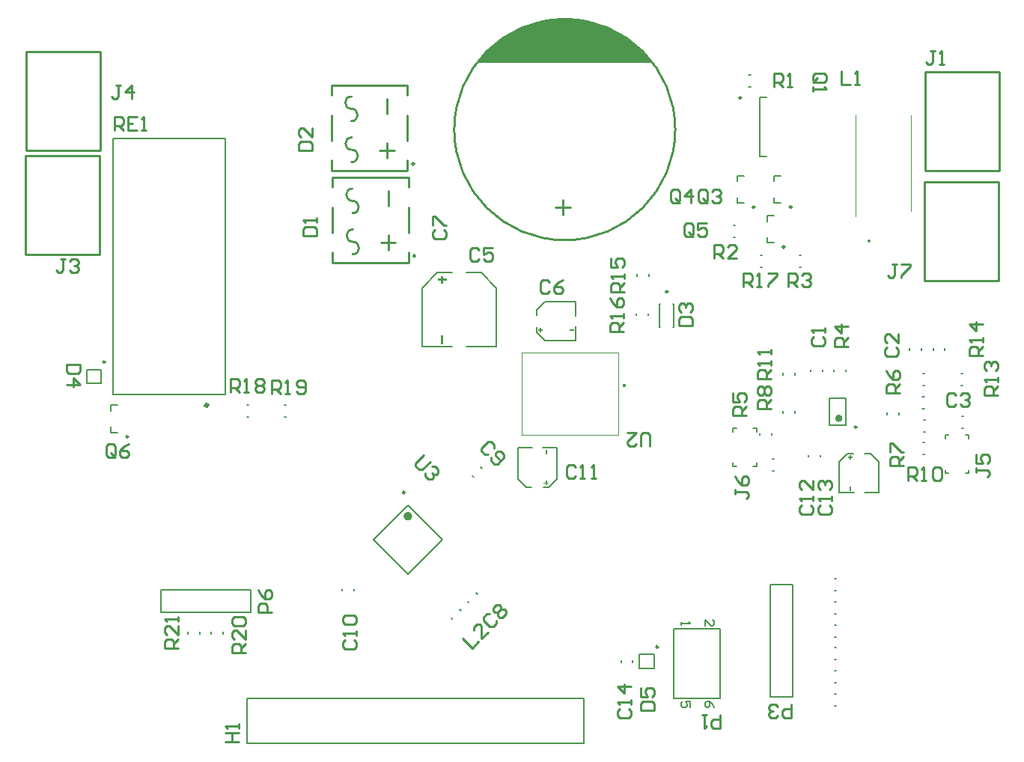
<source format=gto>
G04*
G04 #@! TF.GenerationSoftware,Altium Limited,Altium Designer,23.2.1 (34)*
G04*
G04 Layer_Color=65535*
%FSLAX44Y44*%
%MOMM*%
G71*
G04*
G04 #@! TF.SameCoordinates,EE327AA5-93BD-4133-A13B-4ECCBC3E436C*
G04*
G04*
G04 #@! TF.FilePolarity,Positive*
G04*
G01*
G75*
%ADD10C,0.2500*%
%ADD11C,0.5000*%
%ADD12C,0.4000*%
%ADD13C,0.3000*%
%ADD14C,0.2540*%
%ADD15C,0.2000*%
%ADD16C,0.1524*%
%ADD17C,0.2032*%
%ADD18C,0.1000*%
G36*
X512317Y483239D02*
X509827D01*
Y493199D01*
X512317D01*
Y483239D01*
D02*
G37*
G36*
X629279Y358713D02*
X627989D01*
Y363873D01*
X629279D01*
Y358713D01*
D02*
G37*
G36*
X973227Y355491D02*
X975360D01*
Y354202D01*
X973227D01*
Y352267D01*
X971937D01*
Y354202D01*
X970026D01*
Y355491D01*
X971937D01*
Y357426D01*
X973227D01*
Y355491D01*
D02*
G37*
G36*
X629279Y326678D02*
X631190D01*
Y325387D01*
X629279D01*
Y323453D01*
X627989D01*
Y325387D01*
X625856D01*
Y326678D01*
X627989D01*
Y328613D01*
X629279D01*
Y326678D01*
D02*
G37*
G36*
X973227Y317006D02*
X971937D01*
Y322166D01*
X973227D01*
Y317006D01*
D02*
G37*
G36*
X664110Y849669D02*
X673577Y848214D01*
X682905Y846041D01*
X692041Y843165D01*
X700931Y839600D01*
X709523Y835369D01*
X717768Y830495D01*
X725618Y825007D01*
X733027Y818937D01*
X739951Y812320D01*
X746352Y805195D01*
X749271Y801399D01*
X550272D01*
X553191Y805195D01*
X559592Y812320D01*
X566516Y818937D01*
X573925Y825007D01*
X581775Y830495D01*
X590020Y835369D01*
X598612Y839600D01*
X607502Y843165D01*
X616638Y846041D01*
X625966Y848214D01*
X635433Y849669D01*
X644983Y850399D01*
X654560D01*
X664110Y849669D01*
D02*
G37*
G36*
X512317Y557024D02*
X515938D01*
Y554534D01*
X512317D01*
Y551463D01*
X509827D01*
Y554534D01*
X506031D01*
Y557024D01*
X509827D01*
Y560353D01*
X512317D01*
Y557024D01*
D02*
G37*
G36*
X659995Y498510D02*
X654835D01*
Y499800D01*
X659995D01*
Y498510D01*
D02*
G37*
G36*
X622800Y499800D02*
X624735D01*
Y498510D01*
X622800D01*
Y496599D01*
X621510D01*
Y498510D01*
X619575D01*
Y499800D01*
X621510D01*
Y501933D01*
X622800D01*
Y499800D01*
D02*
G37*
D10*
X468609Y315268D02*
G03*
X468609Y315268I-1250J0D01*
G01*
X979838Y389154D02*
G03*
X979838Y389154I-1250J0D01*
G01*
X755292Y140720D02*
G03*
X755292Y140720I-1250J0D01*
G01*
X155823Y378555D02*
G03*
X155823Y378555I-1250J0D01*
G01*
X129754Y462911D02*
G03*
X129754Y462911I-1250J0D01*
G01*
X766166Y542594D02*
G03*
X766166Y542594I-1250J0D01*
G01*
X898456Y593120D02*
G03*
X898456Y593120I-1250J0D01*
G01*
X864420Y638078D02*
G03*
X864420Y638078I-1250J0D01*
G01*
X906330Y638114D02*
G03*
X906330Y638114I-1250J0D01*
G01*
X849200Y761739D02*
G03*
X849200Y761739I-1250J0D01*
G01*
D11*
X474565Y288501D02*
G03*
X474565Y288501I-2500J0D01*
G01*
D12*
X961588Y399154D02*
G03*
X961588Y399154I-2000J0D01*
G01*
X245620Y413977D02*
G03*
X245620Y413977I-1259J0D01*
G01*
D13*
X717291Y436401D02*
G03*
X716292Y436401I-500J0D01*
G01*
D02*
G03*
X717291Y436401I500J0D01*
G01*
D14*
X408559Y689004D02*
G03*
X408559Y702974I0J6985D01*
G01*
Y716944D02*
G03*
X408559Y702974I0J-6985D01*
G01*
X408242Y763299D02*
G03*
X408242Y749329I0J-6985D01*
G01*
Y735359D02*
G03*
X408242Y749329I0J6985D01*
G01*
X479361Y687099D02*
G03*
X479361Y687099I-1270J0D01*
G01*
X409829Y584864D02*
G03*
X409829Y598834I0J6985D01*
G01*
Y612804D02*
G03*
X409829Y598834I0J-6985D01*
G01*
X409511Y659159D02*
G03*
X409511Y645189I0J-6985D01*
G01*
Y631219D02*
G03*
X409511Y645189I0J6985D01*
G01*
X480631Y582959D02*
G03*
X480631Y582959I-1270J0D01*
G01*
X774543Y725783D02*
G03*
X774543Y725783I-125000J0D01*
G01*
X1056894Y788200D02*
Y790740D01*
X1070070D02*
X1080389D01*
X1117219D02*
X1127538D01*
X1132935D02*
X1140714D01*
X1056894D02*
X1070070D01*
X1127538D02*
X1132935D01*
X1140714Y678980D02*
Y790740D01*
X1097534Y678980D02*
X1140714D01*
X1080389Y790740D02*
X1117219D01*
X1056894Y678980D02*
Y788200D01*
Y678980D02*
X1097534D01*
X123444Y584162D02*
Y586702D01*
X99949Y584162D02*
X110268D01*
X52800D02*
X63119D01*
X39624D02*
X47403D01*
X110268D02*
X123444D01*
X47403D02*
X52800D01*
X39624D02*
Y695922D01*
X82804D01*
X63119Y584162D02*
X99949D01*
X123444Y586702D02*
Y695922D01*
X82804D02*
X123444D01*
X124460Y702056D02*
Y704596D01*
X100965Y702056D02*
X111284D01*
X53816D02*
X64135D01*
X40640D02*
X48419D01*
X111284D02*
X124460D01*
X48419D02*
X53816D01*
X40640D02*
Y813816D01*
X83820D01*
X64135Y702056D02*
X100965D01*
X124460Y704596D02*
Y813816D01*
X83820D02*
X124460D01*
X1056640Y663956D02*
Y666496D01*
X1069816D02*
X1080135D01*
X1116965D02*
X1127284D01*
X1132681D02*
X1140460D01*
X1056640D02*
X1069816D01*
X1127284D02*
X1132681D01*
X1140460Y554736D02*
Y666496D01*
X1097280Y554736D02*
X1140460D01*
X1080135Y666496D02*
X1116965D01*
X1056640Y554736D02*
Y663956D01*
Y554736D02*
X1097280D01*
X448881Y744080D02*
Y760590D01*
X440161Y702339D02*
X456671D01*
X448881Y694084D02*
Y710594D01*
X471562Y764551D02*
Y775739D01*
Y713551D02*
Y741928D01*
Y679739D02*
Y690928D01*
X385562Y764551D02*
Y775739D01*
Y713551D02*
Y741928D01*
Y679739D02*
Y690928D01*
Y679739D02*
X471562D01*
X385562Y775739D02*
X471562D01*
X450151Y639939D02*
Y656450D01*
X441431Y598199D02*
X457941D01*
X450151Y589944D02*
Y606454D01*
X472832Y660411D02*
Y671599D01*
Y609411D02*
Y637788D01*
Y575599D02*
Y586788D01*
X386832Y660411D02*
Y671599D01*
Y609411D02*
Y637788D01*
Y575599D02*
Y586788D01*
Y575599D02*
X472832D01*
X386832Y671599D02*
X472832D01*
X638873Y637823D02*
X656145D01*
X647510Y629441D02*
Y646205D01*
X490022Y357357D02*
X481045Y348379D01*
Y344788D01*
X484635Y341197D01*
X488226D01*
X497204Y350175D01*
X498999Y344788D02*
X502590D01*
X506181Y341197D01*
Y337606D01*
X504386Y335811D01*
X500795D01*
X498999Y337606D01*
X500795Y335811D01*
Y332220D01*
X498999Y330424D01*
X495408D01*
X491817Y334015D01*
Y337606D01*
X1068194Y814738D02*
X1063115D01*
X1065655D01*
Y802042D01*
X1063115Y799503D01*
X1060576D01*
X1058037Y802042D01*
X1073272Y799503D02*
X1078350D01*
X1075811D01*
Y814738D01*
X1073272Y812199D01*
X84194Y579818D02*
X79116D01*
X81655D01*
Y567122D01*
X79116Y564583D01*
X76576D01*
X74037Y567122D01*
X89272Y577279D02*
X91811Y579818D01*
X96890D01*
X99429Y577279D01*
Y574740D01*
X96890Y572200D01*
X94351D01*
X96890D01*
X99429Y569661D01*
Y567122D01*
X96890Y564583D01*
X91811D01*
X89272Y567122D01*
X147043Y776135D02*
X141965D01*
X144504D01*
Y763439D01*
X141965Y760900D01*
X139426D01*
X136887Y763439D01*
X159739Y760900D02*
Y776135D01*
X152122Y768517D01*
X162278D01*
X1025145Y573275D02*
X1020067D01*
X1022606D01*
Y560580D01*
X1020067Y558041D01*
X1017527D01*
X1014988Y560580D01*
X1030223Y573275D02*
X1040380D01*
Y570736D01*
X1030223Y560580D01*
Y558041D01*
X712218Y70361D02*
X709678Y67822D01*
Y62743D01*
X712218Y60204D01*
X722374D01*
X724914Y62743D01*
Y67822D01*
X722374Y70361D01*
X724914Y75439D02*
Y80518D01*
Y77978D01*
X709678D01*
X712218Y75439D01*
X724914Y95753D02*
X709678D01*
X717296Y88135D01*
Y98292D01*
X534022Y150079D02*
X544795Y139306D01*
X551977Y146488D01*
X562750Y157261D02*
X555568Y150079D01*
Y164443D01*
X553773Y166238D01*
X550182D01*
X546591Y162647D01*
Y159056D01*
X401068Y148593D02*
X398529Y146054D01*
Y140975D01*
X401068Y138436D01*
X411224D01*
X413764Y140975D01*
Y146054D01*
X411224Y148593D01*
X413764Y153671D02*
Y158750D01*
Y156210D01*
X398529D01*
X401068Y153671D01*
Y166367D02*
X398529Y168906D01*
Y173985D01*
X401068Y176524D01*
X411224D01*
X413764Y173985D01*
Y168906D01*
X411224Y166367D01*
X401068D01*
X569815Y365626D02*
Y369217D01*
X566224Y372808D01*
X562633D01*
X555451Y365626D01*
Y362035D01*
X559042Y358444D01*
X562633D01*
X566224Y354853D02*
Y351262D01*
X569815Y347672D01*
X573406D01*
X580588Y354853D01*
Y358444D01*
X576997Y362035D01*
X573406D01*
X571610Y360240D01*
Y356649D01*
X576997Y351262D01*
X564844Y177817D02*
X561253D01*
X557662Y174226D01*
Y170636D01*
X564844Y163454D01*
X568434D01*
X572025Y167045D01*
Y170636D01*
X568434Y181408D02*
Y184999D01*
X572025Y188590D01*
X575616D01*
X577412Y186795D01*
Y183204D01*
X581003D01*
X582798Y181408D01*
Y177817D01*
X579207Y174226D01*
X575616D01*
X573821Y176022D01*
Y179613D01*
X570230D01*
X568434Y181408D01*
X573821Y179613D02*
X577412Y183204D01*
X212341Y139452D02*
X197106D01*
Y147069D01*
X199646Y149608D01*
X204724D01*
X207263Y147069D01*
Y139452D01*
Y144530D02*
X212341Y149608D01*
Y164844D02*
Y154687D01*
X202185Y164844D01*
X199646D01*
X197106Y162304D01*
Y157226D01*
X199646Y154687D01*
X212341Y169922D02*
Y175000D01*
Y172461D01*
X197106D01*
X199646Y169922D01*
X288288Y134373D02*
X273052D01*
Y141990D01*
X275592Y144529D01*
X280670D01*
X283209Y141990D01*
Y134373D01*
Y139451D02*
X288288Y144529D01*
Y159764D02*
Y149608D01*
X278131Y159764D01*
X275592D01*
X273052Y157225D01*
Y152147D01*
X275592Y149608D01*
Y164843D02*
X273052Y167382D01*
Y172460D01*
X275592Y174999D01*
X285748D01*
X288288Y172460D01*
Y167382D01*
X285748Y164843D01*
X275592D01*
X317752Y180090D02*
X302516D01*
Y187708D01*
X305056Y190247D01*
X310134D01*
X312673Y187708D01*
Y180090D01*
X302516Y205482D02*
X305056Y200403D01*
X310134Y195325D01*
X315212D01*
X317752Y197864D01*
Y202943D01*
X315212Y205482D01*
X312673D01*
X310134Y202943D01*
Y195325D01*
X905637Y75565D02*
Y60330D01*
X898019D01*
X895480Y62869D01*
Y67948D01*
X898019Y70487D01*
X905637D01*
X890402Y62869D02*
X887863Y60330D01*
X882784D01*
X880245Y62869D01*
Y65408D01*
X882784Y67948D01*
X885324D01*
X882784D01*
X880245Y70487D01*
Y73026D01*
X882784Y75565D01*
X887863D01*
X890402Y73026D01*
X824865Y63373D02*
Y48138D01*
X817247D01*
X814708Y50677D01*
Y55755D01*
X817247Y58295D01*
X824865D01*
X809630Y63373D02*
X804552D01*
X807091D01*
Y48138D01*
X809630Y50677D01*
X735841Y68838D02*
X751076D01*
Y76456D01*
X748536Y78995D01*
X738380D01*
X735841Y76456D01*
Y68838D01*
Y94230D02*
Y84073D01*
X743458D01*
X740919Y89151D01*
Y91691D01*
X743458Y94230D01*
X748536D01*
X751076Y91691D01*
Y86612D01*
X748536Y84073D01*
X661672Y344422D02*
X659133Y346962D01*
X654054D01*
X651515Y344422D01*
Y334266D01*
X654054Y331726D01*
X659133D01*
X661672Y334266D01*
X666750Y331726D02*
X671829D01*
X669290D01*
Y346962D01*
X666750Y344422D01*
X679446Y331726D02*
X684525D01*
X681985D01*
Y346962D01*
X679446Y344422D01*
X265816Y33655D02*
X281051D01*
X273433D01*
Y43812D01*
X265816D01*
X281051D01*
Y48890D02*
Y53968D01*
Y51429D01*
X265816D01*
X268355Y48890D01*
X917196Y301247D02*
X914656Y298708D01*
Y293629D01*
X917196Y291090D01*
X927352D01*
X929892Y293629D01*
Y298708D01*
X927352Y301247D01*
X929892Y306325D02*
Y311404D01*
Y308864D01*
X914656D01*
X917196Y306325D01*
X929892Y329178D02*
Y319021D01*
X919735Y329178D01*
X917196D01*
X914656Y326639D01*
Y321560D01*
X917196Y319021D01*
X1092201Y424940D02*
X1089662Y427480D01*
X1084583D01*
X1082044Y424940D01*
Y414784D01*
X1084583Y412244D01*
X1089662D01*
X1092201Y414784D01*
X1097279Y424940D02*
X1099818Y427480D01*
X1104897D01*
X1107436Y424940D01*
Y422401D01*
X1104897Y419862D01*
X1102357D01*
X1104897D01*
X1107436Y417323D01*
Y414784D01*
X1104897Y412244D01*
X1099818D01*
X1097279Y414784D01*
X1013970Y479807D02*
X1011431Y477268D01*
Y472189D01*
X1013970Y469650D01*
X1024126D01*
X1026665Y472189D01*
Y477268D01*
X1024126Y479807D01*
X1026665Y495042D02*
Y484885D01*
X1016509Y495042D01*
X1013970D01*
X1011431Y492503D01*
Y487424D01*
X1013970Y484885D01*
X931420Y491490D02*
X928880Y488951D01*
Y483872D01*
X931420Y481333D01*
X941576D01*
X944116Y483872D01*
Y488951D01*
X941576Y491490D01*
X944116Y496568D02*
Y501647D01*
Y499108D01*
X928880D01*
X931420Y496568D01*
X746057Y367824D02*
Y380519D01*
X743518Y383059D01*
X738440D01*
X735901Y380519D01*
Y367824D01*
X720666Y383059D02*
X730822D01*
X720666Y372902D01*
Y370363D01*
X723205Y367824D01*
X728283D01*
X730822Y370363D01*
X140053Y724910D02*
Y740145D01*
X147670D01*
X150209Y737606D01*
Y732528D01*
X147670Y729988D01*
X140053D01*
X145131D02*
X150209Y724910D01*
X165444Y740145D02*
X155288D01*
Y724910D01*
X165444D01*
X155288Y732528D02*
X160366D01*
X170523Y724910D02*
X175601D01*
X173062D01*
Y740145D01*
X170523Y737606D01*
X317824Y426752D02*
Y441987D01*
X325441D01*
X327980Y439448D01*
Y434369D01*
X325441Y431830D01*
X317824D01*
X322902D02*
X327980Y426752D01*
X333059D02*
X338137D01*
X335598D01*
Y441987D01*
X333059Y439448D01*
X345755Y429291D02*
X348294Y426752D01*
X353372D01*
X355911Y429291D01*
Y439448D01*
X353372Y441987D01*
X348294D01*
X345755Y439448D01*
Y436908D01*
X348294Y434369D01*
X355911D01*
X271716Y428654D02*
Y443889D01*
X279334D01*
X281873Y441350D01*
Y436272D01*
X279334Y433732D01*
X271716D01*
X276795D02*
X281873Y428654D01*
X286952D02*
X292030D01*
X289491D01*
Y443889D01*
X286952Y441350D01*
X299648D02*
X302187Y443889D01*
X307265D01*
X309804Y441350D01*
Y438811D01*
X307265Y436272D01*
X309804Y433732D01*
Y431193D01*
X307265Y428654D01*
X302187D01*
X299648Y431193D01*
Y433732D01*
X302187Y436272D01*
X299648Y438811D01*
Y441350D01*
X302187Y436272D02*
X307265D01*
X851668Y548098D02*
Y563334D01*
X859286D01*
X861825Y560794D01*
Y555716D01*
X859286Y553177D01*
X851668D01*
X856747D02*
X861825Y548098D01*
X866903D02*
X871982D01*
X869442D01*
Y563334D01*
X866903Y560794D01*
X879599Y563334D02*
X889756D01*
Y560794D01*
X879599Y550638D01*
Y548098D01*
X716217Y497488D02*
X700981D01*
Y505106D01*
X703521Y507645D01*
X708599D01*
X711138Y505106D01*
Y497488D01*
Y502566D02*
X716217Y507645D01*
Y512723D02*
Y517802D01*
Y515262D01*
X700981D01*
X703521Y512723D01*
X700981Y535576D02*
X703521Y530498D01*
X708599Y525419D01*
X713677D01*
X716217Y527958D01*
Y533037D01*
X713677Y535576D01*
X711138D01*
X708599Y533037D01*
Y525419D01*
X716724Y541938D02*
X701489D01*
Y549556D01*
X704029Y552095D01*
X709107D01*
X711646Y549556D01*
Y541938D01*
Y547016D02*
X716724Y552095D01*
Y557173D02*
Y562252D01*
Y559712D01*
X701489D01*
X704029Y557173D01*
X701489Y580026D02*
Y569869D01*
X709107D01*
X706568Y574948D01*
Y577487D01*
X709107Y580026D01*
X714185D01*
X716724Y577487D01*
Y572408D01*
X714185Y569869D01*
X1122169Y469906D02*
X1106935D01*
Y477524D01*
X1109474Y480063D01*
X1114552D01*
X1117091Y477524D01*
Y469906D01*
Y474985D02*
X1122169Y480063D01*
Y485141D02*
Y490220D01*
Y487680D01*
X1106935D01*
X1109474Y485141D01*
X1122169Y505455D02*
X1106935D01*
X1114552Y497837D01*
Y507994D01*
X1139442Y425710D02*
X1124206D01*
Y433328D01*
X1126746Y435867D01*
X1131824D01*
X1134363Y433328D01*
Y425710D01*
Y430788D02*
X1139442Y435867D01*
Y440945D02*
Y446024D01*
Y443484D01*
X1124206D01*
X1126746Y440945D01*
Y453641D02*
X1124206Y456180D01*
Y461259D01*
X1126746Y463798D01*
X1129285D01*
X1131824Y461259D01*
Y458719D01*
Y461259D01*
X1134363Y463798D01*
X1136902D01*
X1139442Y461259D01*
Y456180D01*
X1136902Y453641D01*
X883109Y443724D02*
X867874D01*
Y451342D01*
X870413Y453881D01*
X875491D01*
X878030Y451342D01*
Y443724D01*
Y448803D02*
X883109Y453881D01*
Y458959D02*
Y464038D01*
Y461498D01*
X867874D01*
X870413Y458959D01*
X883109Y471655D02*
Y476734D01*
Y474194D01*
X867874D01*
X870413Y471655D01*
X1038067Y328679D02*
Y343913D01*
X1045685D01*
X1048224Y341374D01*
Y336296D01*
X1045685Y333757D01*
X1038067D01*
X1043146D02*
X1048224Y328679D01*
X1053302D02*
X1058381D01*
X1055841D01*
Y343913D01*
X1053302Y341374D01*
X1065998D02*
X1068537Y343913D01*
X1073616D01*
X1076155Y341374D01*
Y331218D01*
X1073616Y328679D01*
X1068537D01*
X1065998Y331218D01*
Y341374D01*
X882601Y409777D02*
X867365D01*
Y417395D01*
X869905Y419934D01*
X874983D01*
X877522Y417395D01*
Y409777D01*
Y414855D02*
X882601Y419934D01*
X869905Y425012D02*
X867365Y427551D01*
Y432630D01*
X869905Y435169D01*
X872444D01*
X874983Y432630D01*
X877522Y435169D01*
X880061D01*
X882601Y432630D01*
Y427551D01*
X880061Y425012D01*
X877522D01*
X874983Y427551D01*
X872444Y425012D01*
X869905D01*
X874983Y427551D02*
Y432630D01*
X1032344Y345444D02*
X1017109D01*
Y353062D01*
X1019648Y355601D01*
X1024726D01*
X1027265Y353062D01*
Y345444D01*
Y350522D02*
X1032344Y355601D01*
X1017109Y360679D02*
Y370836D01*
X1019648D01*
X1029804Y360679D01*
X1032344D01*
X1028698Y428248D02*
X1013463D01*
Y435866D01*
X1016002Y438405D01*
X1021080D01*
X1023619Y435866D01*
Y428248D01*
Y433326D02*
X1028698Y438405D01*
X1013463Y453640D02*
X1016002Y448562D01*
X1021080Y443483D01*
X1026158D01*
X1028698Y446022D01*
Y451101D01*
X1026158Y453640D01*
X1023619D01*
X1021080Y451101D01*
Y443483D01*
X855169Y402575D02*
X839933D01*
Y410193D01*
X842473Y412732D01*
X847551D01*
X850090Y410193D01*
Y402575D01*
Y407653D02*
X855169Y412732D01*
X839933Y427967D02*
Y417810D01*
X847551D01*
X845012Y422888D01*
Y425428D01*
X847551Y427967D01*
X852629D01*
X855169Y425428D01*
Y420349D01*
X852629Y417810D01*
X970277Y480572D02*
X955042D01*
Y488190D01*
X957582Y490729D01*
X962660D01*
X965199Y488190D01*
Y480572D01*
Y485650D02*
X970277Y490729D01*
Y503425D02*
X955042D01*
X962660Y495807D01*
Y505964D01*
X902466Y548352D02*
Y563587D01*
X910084D01*
X912623Y561048D01*
Y555970D01*
X910084Y553431D01*
X902466D01*
X907544D02*
X912623Y548352D01*
X917701Y561048D02*
X920240Y563587D01*
X925319D01*
X927858Y561048D01*
Y558509D01*
X925319Y555970D01*
X922779D01*
X925319D01*
X927858Y553431D01*
Y550892D01*
X925319Y548352D01*
X920240D01*
X917701Y550892D01*
X818646Y580102D02*
Y595337D01*
X826264D01*
X828803Y592798D01*
Y587720D01*
X826264Y585181D01*
X818646D01*
X823725D02*
X828803Y580102D01*
X844038D02*
X833881D01*
X844038Y590259D01*
Y592798D01*
X841499Y595337D01*
X836420D01*
X833881Y592798D01*
X885865Y774411D02*
Y789646D01*
X893483D01*
X896022Y787107D01*
Y782029D01*
X893483Y779489D01*
X885865D01*
X890944D02*
X896022Y774411D01*
X901100D02*
X906179D01*
X903640D01*
Y789646D01*
X901100Y787107D01*
X141034Y357917D02*
Y368074D01*
X138495Y370613D01*
X133417D01*
X130878Y368074D01*
Y357917D01*
X133417Y355378D01*
X138495D01*
X135956Y360456D02*
X141034Y355378D01*
X138495D02*
X141034Y357917D01*
X156269Y370613D02*
X151191Y368074D01*
X146113Y362995D01*
Y357917D01*
X148652Y355378D01*
X153730D01*
X156269Y357917D01*
Y360456D01*
X153730Y362995D01*
X146113D01*
X794513Y607062D02*
Y617218D01*
X791974Y619757D01*
X786895D01*
X784356Y617218D01*
Y607062D01*
X786895Y604523D01*
X791974D01*
X789435Y609601D02*
X794513Y604523D01*
X791974D02*
X794513Y607062D01*
X809748Y619757D02*
X799591D01*
Y612140D01*
X804669Y614679D01*
X807209D01*
X809748Y612140D01*
Y607062D01*
X807209Y604523D01*
X802130D01*
X799591Y607062D01*
X779781Y645162D02*
Y655318D01*
X777242Y657858D01*
X772163D01*
X769624Y655318D01*
Y645162D01*
X772163Y642623D01*
X777242D01*
X774703Y647701D02*
X779781Y642623D01*
X777242D02*
X779781Y645162D01*
X792477Y642623D02*
Y657858D01*
X784859Y650240D01*
X795016D01*
X811277Y645670D02*
Y655826D01*
X808738Y658365D01*
X803659D01*
X801120Y655826D01*
Y645670D01*
X803659Y643130D01*
X808738D01*
X806199Y648209D02*
X811277Y643130D01*
X808738D02*
X811277Y645670D01*
X816355Y655826D02*
X818894Y658365D01*
X823973D01*
X826512Y655826D01*
Y653287D01*
X823973Y650748D01*
X821433D01*
X823973D01*
X826512Y648209D01*
Y645670D01*
X823973Y643130D01*
X818894D01*
X816355Y645670D01*
X933108Y779488D02*
X943264D01*
X945804Y782028D01*
Y787106D01*
X943264Y789645D01*
X933108D01*
X930568Y787106D01*
Y782028D01*
X935647Y784567D02*
X930568Y779488D01*
Y782028D02*
X933108Y779488D01*
X930568Y774410D02*
Y769332D01*
Y771871D01*
X945804D01*
X943264Y774410D01*
X962409Y791715D02*
Y776480D01*
X972566D01*
X977644D02*
X982723D01*
X980184D01*
Y791715D01*
X977644Y789176D01*
X842521Y318263D02*
Y313185D01*
Y315724D01*
X855216D01*
X857756Y313185D01*
Y310645D01*
X855216Y308106D01*
X842521Y333498D02*
X845060Y328419D01*
X850138Y323341D01*
X855216D01*
X857756Y325880D01*
Y330959D01*
X855216Y333498D01*
X852677D01*
X850138Y330959D01*
Y323341D01*
X1114809Y343409D02*
Y338330D01*
Y340870D01*
X1127504D01*
X1130043Y338330D01*
Y335791D01*
X1127504Y333252D01*
X1114809Y358644D02*
Y348487D01*
X1122426D01*
X1119887Y353565D01*
Y356105D01*
X1122426Y358644D01*
X1127504D01*
X1130043Y356105D01*
Y351026D01*
X1127504Y348487D01*
X101153Y460019D02*
X85918D01*
Y452402D01*
X88457Y449862D01*
X98614D01*
X101153Y452402D01*
Y460019D01*
X85918Y437166D02*
X101153D01*
X93535Y444784D01*
Y434627D01*
X778830Y504223D02*
X794065D01*
Y511841D01*
X791526Y514380D01*
X781369D01*
X778830Y511841D01*
Y504223D01*
X781369Y519458D02*
X778830Y521998D01*
Y527076D01*
X781369Y529615D01*
X783908D01*
X786448Y527076D01*
Y524537D01*
Y527076D01*
X788987Y529615D01*
X791526D01*
X794065Y527076D01*
Y521998D01*
X791526Y519458D01*
X348808Y701835D02*
X364043D01*
Y709453D01*
X361504Y711992D01*
X351347D01*
X348808Y709453D01*
Y701835D01*
X364043Y727227D02*
Y717070D01*
X353886Y727227D01*
X351347D01*
X348808Y724688D01*
Y719610D01*
X351347Y717070D01*
X353888Y606077D02*
X369123D01*
Y613694D01*
X366584Y616233D01*
X356427D01*
X353888Y613694D01*
Y606077D01*
X369123Y621312D02*
Y626390D01*
Y623851D01*
X353888D01*
X356427Y621312D01*
X938786Y301247D02*
X936246Y298708D01*
Y293629D01*
X938786Y291090D01*
X948942D01*
X951481Y293629D01*
Y298708D01*
X948942Y301247D01*
X951481Y306325D02*
Y311404D01*
Y308864D01*
X936246D01*
X938786Y306325D01*
Y319021D02*
X936246Y321560D01*
Y326639D01*
X938786Y329178D01*
X941325D01*
X943864Y326639D01*
Y324100D01*
Y326639D01*
X946403Y329178D01*
X948942D01*
X951481Y326639D01*
Y321560D01*
X948942Y319021D01*
X502861Y612293D02*
X500321Y609754D01*
Y604675D01*
X502861Y602136D01*
X513017D01*
X515556Y604675D01*
Y609754D01*
X513017Y612293D01*
X500321Y617371D02*
Y627528D01*
X502861D01*
X513017Y617371D01*
X515556D01*
X631816Y552985D02*
X629277Y555525D01*
X624199D01*
X621659Y552985D01*
Y542829D01*
X624199Y540290D01*
X629277D01*
X631816Y542829D01*
X647051Y555525D02*
X641973Y552985D01*
X636894Y547907D01*
Y542829D01*
X639434Y540290D01*
X644512D01*
X647051Y542829D01*
Y545368D01*
X644512Y547907D01*
X636894D01*
X553022Y589308D02*
X550483Y591847D01*
X545405D01*
X542866Y589308D01*
Y579151D01*
X545405Y576612D01*
X550483D01*
X553022Y579151D01*
X568257Y591847D02*
X558101D01*
Y584229D01*
X563179Y586768D01*
X565718D01*
X568257Y584229D01*
Y579151D01*
X565718Y576612D01*
X560640D01*
X558101Y579151D01*
D15*
X994650Y599748D02*
G03*
X992650Y599748I-1000J0D01*
G01*
D02*
G03*
X994650Y599748I1000J0D01*
G01*
X472065Y300521D02*
X510956Y261630D01*
X472065Y222740D02*
X510956Y261630D01*
X433174D02*
X472065Y222740D01*
X433174Y261630D02*
X472065Y300521D01*
X967588Y391154D02*
Y422154D01*
X948588Y391154D02*
Y422154D01*
Y391154D02*
X967588D01*
X948588Y422154D02*
X967588D01*
X713086Y123370D02*
Y125370D01*
X726586Y123370D02*
Y125370D01*
X521062Y173480D02*
X522476Y172066D01*
X530608Y183026D02*
X532022Y181612D01*
X411372Y203978D02*
Y205978D01*
X397872Y203978D02*
Y205978D01*
X544938Y334262D02*
X546352Y332848D01*
X554484Y343808D02*
X555898Y342394D01*
X539604Y192022D02*
X541018Y190608D01*
X549150Y201568D02*
X550564Y200154D01*
X954802Y99930D02*
X956802D01*
X954802Y113430D02*
X956802D01*
X954802Y152000D02*
X956802D01*
X954802Y165500D02*
X956802D01*
X954802Y178162D02*
X956802D01*
X954802Y191662D02*
X956802D01*
X954802Y73768D02*
X956802D01*
X954802Y87268D02*
X956802D01*
X954802Y126092D02*
X956802D01*
X954802Y139592D02*
X956802D01*
X954802Y204324D02*
X956802D01*
X954802Y217824D02*
X956802D01*
X223628Y155464D02*
Y157464D01*
X237128Y155464D02*
Y157464D01*
X249536Y155464D02*
Y157464D01*
X263036Y155464D02*
Y157464D01*
X294132Y179832D02*
Y205232D01*
X192532Y179832D02*
X294132D01*
X192532Y205232D02*
X294132D01*
X192532Y179832D02*
Y205232D01*
X881888Y211074D02*
X907288D01*
Y84074D02*
Y211074D01*
X881888Y84074D02*
Y211074D01*
Y84074D02*
X907288D01*
X772934Y82320D02*
X825234D01*
Y161520D01*
X772934Y82320D02*
Y161520D01*
X825234D01*
X734192Y132170D02*
X750692D01*
X734192Y116570D02*
Y132170D01*
Y116570D02*
X750692D01*
Y132170D01*
X884233Y339941D02*
X886233D01*
X884233Y353441D02*
X886233D01*
X940962Y452136D02*
Y454136D01*
X927462Y452136D02*
Y454136D01*
X1053230Y476520D02*
Y478520D01*
X1039730Y476520D02*
Y478520D01*
X1098566Y388474D02*
X1100566D01*
X1098566Y401974D02*
X1100566D01*
X925176Y355870D02*
Y357870D01*
X938676Y355870D02*
Y357870D01*
X332565Y414449D02*
X334566D01*
X332565Y400949D02*
X334566D01*
X289893D02*
X291894D01*
X289893Y414449D02*
X291894D01*
X870982Y570048D02*
X872982D01*
X870982Y583548D02*
X872982D01*
X743922Y515665D02*
Y517665D01*
X730422Y515665D02*
Y517665D01*
X744429Y560115D02*
Y562115D01*
X730929Y560115D02*
Y562115D01*
X1079646Y476520D02*
Y478520D01*
X1066146Y476520D02*
Y478520D01*
X1097640Y449726D02*
X1099640D01*
X1097640Y436226D02*
X1099640D01*
X1054116Y423564D02*
X1056116D01*
X1054116Y410064D02*
X1056116D01*
X896427Y448561D02*
Y450561D01*
X909927Y448561D02*
Y450561D01*
X1054587Y358248D02*
X1056587D01*
X1054587Y371748D02*
X1056587D01*
X1027322Y403622D02*
Y405622D01*
X1013822Y403622D02*
Y405622D01*
X909927Y405381D02*
Y407381D01*
X896427Y405381D02*
Y407381D01*
X1055222Y397402D02*
X1057222D01*
X1055222Y383902D02*
X1057222D01*
X1054624Y436226D02*
X1056624D01*
X1054624Y449726D02*
X1056624D01*
X883765Y380145D02*
Y382145D01*
X870265Y380145D02*
Y382145D01*
X967124Y452136D02*
Y454136D01*
X953624Y452136D02*
Y454136D01*
X914670Y583548D02*
X916670D01*
X914670Y570048D02*
X916670D01*
X840248Y617584D02*
X842248D01*
X840248Y604084D02*
X842248D01*
X857684Y787763D02*
X859684D01*
X857684Y774262D02*
X859684D01*
X866324Y384165D02*
Y388165D01*
X862324D02*
X866324D01*
X862330Y344875D02*
X866330D01*
Y348875D01*
X839540Y388183D02*
X843540D01*
X839540Y384183D02*
Y388183D01*
X839534Y344877D02*
Y348877D01*
Y344877D02*
X843534D01*
X1106608Y376291D02*
Y380291D01*
X1102608D02*
X1106608D01*
X1102614Y337001D02*
X1106614D01*
Y341001D01*
X1079824Y380309D02*
X1083824D01*
X1079824Y376309D02*
Y380309D01*
X1079818Y337003D02*
Y341003D01*
Y337003D02*
X1083818D01*
X138402Y425947D02*
X265402D01*
Y715947D01*
X138402D02*
X265402D01*
X138402Y425947D02*
Y715947D01*
X136073Y407555D02*
Y414055D01*
X143703D01*
X136073Y383055D02*
Y389555D01*
Y383055D02*
X143703D01*
X125153Y438761D02*
Y454361D01*
X108654Y438761D02*
X125153D01*
X108654D02*
Y454361D01*
X125153D01*
X772354Y502399D02*
Y528899D01*
X756853Y502399D02*
X757541D01*
X771666D02*
X772354D01*
X756853D02*
Y528899D01*
X757541D01*
X771666D02*
X772354D01*
X878706Y622120D02*
Y628620D01*
X886336D01*
X878706Y597620D02*
Y604120D01*
Y597620D02*
X886336D01*
X844670Y667078D02*
Y673578D01*
X852300D01*
X844670Y642578D02*
Y649078D01*
Y642578D02*
X852300D01*
X886580Y667114D02*
Y673614D01*
X894210D01*
X886580Y642614D02*
Y649114D01*
Y642614D02*
X894210D01*
X870450Y762188D02*
X877950D01*
X870450Y695188D02*
Y762188D01*
Y695188D02*
X877950D01*
D16*
X596493Y365919D02*
X612673D01*
X596493Y330765D02*
Y365919D01*
Y330765D02*
X605840Y321393D01*
X612140Y321418D01*
X624818Y365925D02*
X641006D01*
Y330763D02*
Y365925D01*
X631644Y321401D02*
X641006Y330763D01*
X625504Y321469D02*
X631644Y321401D01*
X988543Y314960D02*
X1004722D01*
Y350114D01*
X995375Y359486D02*
X1004722Y350114D01*
X989076Y359461D02*
X995375Y359486D01*
X960210Y314955D02*
X976397D01*
X960210D02*
Y350117D01*
X969572Y359479D01*
X975712Y359410D01*
X617523Y496145D02*
X617591Y502285D01*
X617523Y496145D02*
X626885Y486783D01*
X662046D01*
Y502971D01*
X617515Y521949D02*
X617541Y515649D01*
X617515Y521949D02*
X626888Y531296D01*
X662041D01*
Y515116D02*
Y531296D01*
X487900Y479987D02*
X522338D01*
X487900D02*
Y546649D01*
X505262Y564012D01*
X522338D01*
X537986Y479987D02*
X572424D01*
Y546649D01*
X555061Y564012D02*
X572424Y546649D01*
X537986Y564012D02*
X555061D01*
X818241Y72449D02*
X816548Y75834D01*
X813162Y79220D01*
X809777D01*
X808084Y77527D01*
Y74142D01*
X809777Y72449D01*
X811470D01*
X813162Y74142D01*
Y79220D01*
X791241Y72449D02*
Y79220D01*
X786162D01*
X787855Y75834D01*
Y74142D01*
X786162Y72449D01*
X782777D01*
X781084Y74142D01*
Y77527D01*
X782777Y79220D01*
X808084Y164849D02*
Y171620D01*
X814855Y164849D01*
X816548D01*
X818241Y166542D01*
Y169927D01*
X816548Y171620D01*
X781084Y168620D02*
Y165234D01*
Y166927D01*
X791241D01*
X789548Y168620D01*
D17*
X289814Y32004D02*
X670814D01*
X289814D02*
Y82804D01*
X543814D01*
X670814D01*
Y32004D02*
Y82804D01*
D18*
X709791Y380401D02*
Y473401D01*
X600792D02*
X709791D01*
X600792Y380401D02*
Y473401D01*
Y380401D02*
X709791D01*
X978150Y627848D02*
Y741648D01*
X1041150Y633948D02*
Y741648D01*
M02*

</source>
